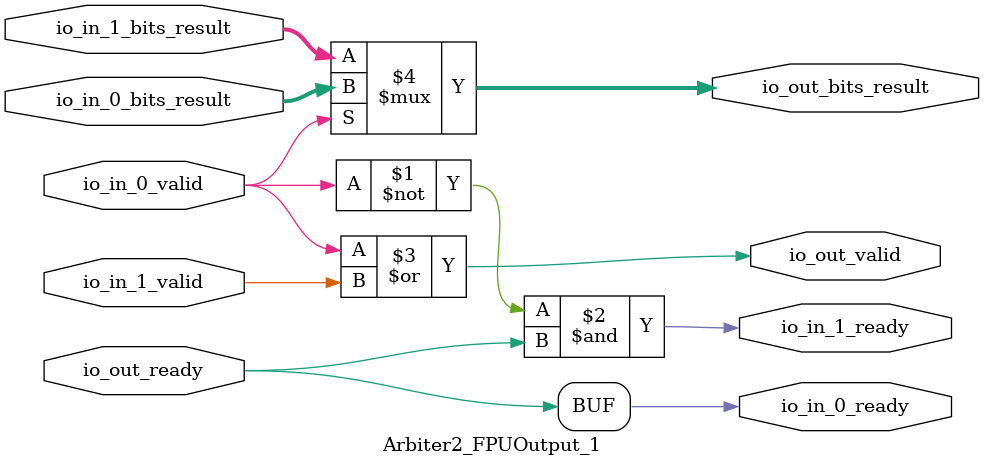
<source format=sv>
`ifndef RANDOMIZE
  `ifdef RANDOMIZE_MEM_INIT
    `define RANDOMIZE
  `endif // RANDOMIZE_MEM_INIT
`endif // not def RANDOMIZE
`ifndef RANDOMIZE
  `ifdef RANDOMIZE_REG_INIT
    `define RANDOMIZE
  `endif // RANDOMIZE_REG_INIT
`endif // not def RANDOMIZE

`ifndef RANDOM
  `define RANDOM $random
`endif // not def RANDOM

// Users can define INIT_RANDOM as general code that gets injected into the
// initializer block for modules with registers.
`ifndef INIT_RANDOM
  `define INIT_RANDOM
`endif // not def INIT_RANDOM

// If using random initialization, you can also define RANDOMIZE_DELAY to
// customize the delay used, otherwise 0.002 is used.
`ifndef RANDOMIZE_DELAY
  `define RANDOMIZE_DELAY 0.002
`endif // not def RANDOMIZE_DELAY

// Define INIT_RANDOM_PROLOG_ for use in our modules below.
`ifndef INIT_RANDOM_PROLOG_
  `ifdef RANDOMIZE
    `ifdef VERILATOR
      `define INIT_RANDOM_PROLOG_ `INIT_RANDOM
    `else  // VERILATOR
      `define INIT_RANDOM_PROLOG_ `INIT_RANDOM #`RANDOMIZE_DELAY begin end
    `endif // VERILATOR
  `else  // RANDOMIZE
    `define INIT_RANDOM_PROLOG_
  `endif // RANDOMIZE
`endif // not def INIT_RANDOM_PROLOG_

// Include register initializers in init blocks unless synthesis is set
`ifndef SYNTHESIS
  `ifndef ENABLE_INITIAL_REG_
    `define ENABLE_INITIAL_REG_
  `endif // not def ENABLE_INITIAL_REG_
`endif // not def SYNTHESIS

// Include rmemory initializers in init blocks unless synthesis is set
`ifndef SYNTHESIS
  `ifndef ENABLE_INITIAL_MEM_
    `define ENABLE_INITIAL_MEM_
  `endif // not def ENABLE_INITIAL_MEM_
`endif // not def SYNTHESIS

// Standard header to adapt well known macros for prints and assertions.

// Users can define 'PRINTF_COND' to add an extra gate to prints.
`ifndef PRINTF_COND_
  `ifdef PRINTF_COND
    `define PRINTF_COND_ (`PRINTF_COND)
  `else  // PRINTF_COND
    `define PRINTF_COND_ 1
  `endif // PRINTF_COND
`endif // not def PRINTF_COND_

// Users can define 'ASSERT_VERBOSE_COND' to add an extra gate to assert error printing.
`ifndef ASSERT_VERBOSE_COND_
  `ifdef ASSERT_VERBOSE_COND
    `define ASSERT_VERBOSE_COND_ (`ASSERT_VERBOSE_COND)
  `else  // ASSERT_VERBOSE_COND
    `define ASSERT_VERBOSE_COND_ 1
  `endif // ASSERT_VERBOSE_COND
`endif // not def ASSERT_VERBOSE_COND_

// Users can define 'STOP_COND' to add an extra gate to stop conditions.
`ifndef STOP_COND_
  `ifdef STOP_COND
    `define STOP_COND_ (`STOP_COND)
  `else  // STOP_COND
    `define STOP_COND_ 1
  `endif // STOP_COND
`endif // not def STOP_COND_

module Arbiter2_FPUOutput_1(	// src/main/scala/chisel3/util/Arbiter.scala:133:7
  output        io_in_0_ready,	// src/main/scala/chisel3/util/Arbiter.scala:140:14
  input         io_in_0_valid,	// src/main/scala/chisel3/util/Arbiter.scala:140:14
  input  [31:0] io_in_0_bits_result,	// src/main/scala/chisel3/util/Arbiter.scala:140:14
  output        io_in_1_ready,	// src/main/scala/chisel3/util/Arbiter.scala:140:14
  input         io_in_1_valid,	// src/main/scala/chisel3/util/Arbiter.scala:140:14
  input  [31:0] io_in_1_bits_result,	// src/main/scala/chisel3/util/Arbiter.scala:140:14
  input         io_out_ready,	// src/main/scala/chisel3/util/Arbiter.scala:140:14
  output        io_out_valid,	// src/main/scala/chisel3/util/Arbiter.scala:140:14
  output [31:0] io_out_bits_result	// src/main/scala/chisel3/util/Arbiter.scala:140:14
);

  assign io_in_0_ready = io_out_ready;	// src/main/scala/chisel3/util/Arbiter.scala:133:7
  assign io_in_1_ready = ~io_in_0_valid & io_out_ready;	// src/main/scala/chisel3/util/Arbiter.scala:45:78, :133:7, :153:19
  assign io_out_valid = io_in_0_valid | io_in_1_valid;	// src/main/scala/chisel3/util/Arbiter.scala:133:7, :154:31
  assign io_out_bits_result = io_in_0_valid ? io_in_0_bits_result : io_in_1_bits_result;	// src/main/scala/chisel3/util/Arbiter.scala:133:7, :143:15, :145:26, :147:19
endmodule


</source>
